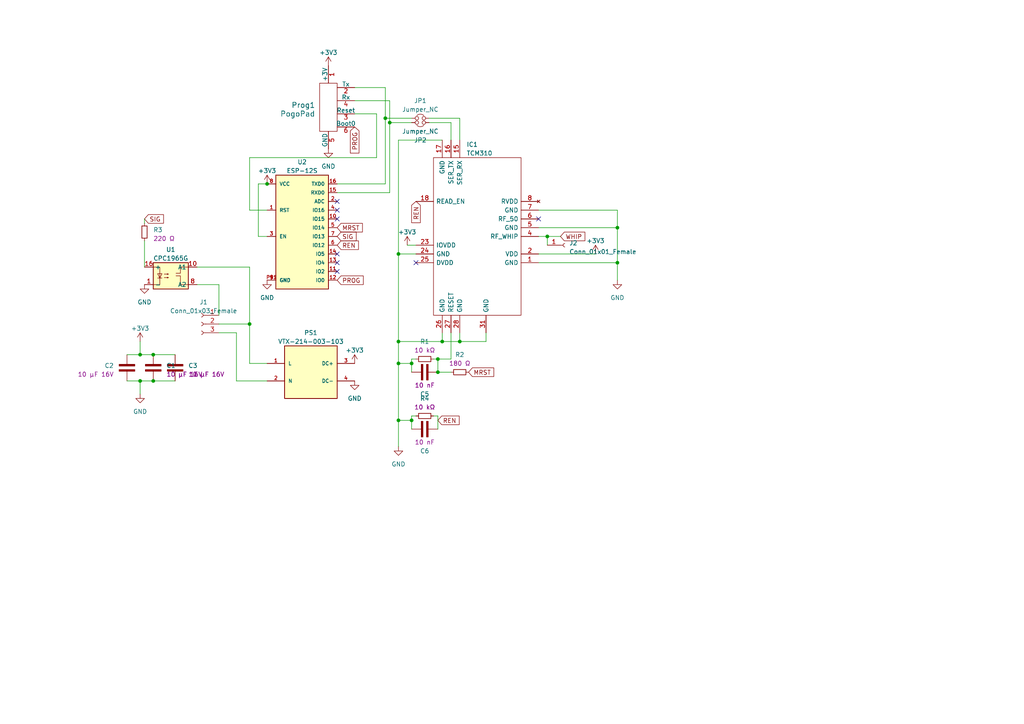
<source format=kicad_sch>
(kicad_sch (version 20220914) (generator eeschema)
  (paper "A4")
  (lib_symbols
    (symbol "Connector:Conn_01x01_Female" (pin_names (offset 1.016) hide)
      (property "Reference" "J" (at 0 2.54 0))
      (property "Value" "Conn_01x01_Female" (at 0 -2.54 0))
      (symbol "Conn_01x01_Female_1_1"
        (polyline (pts (xy -1.27 0) (xy -0.508 0)) (stroke (width 0.1524)))
        (arc (start 0 0.508) (mid -0.508 0) (end 0 -0.508) (stroke (width 0.1524)))
        (pin passive line (at -5.08 0 0) (length 3.81) (name "Pin_1") (number "1"))
      )
    )
    (symbol "Connector:Conn_01x03_Female" (pin_names (offset 1.016) hide)
      (property "Reference" "J" (at 0 5.08 0))
      (property "Value" "Conn_01x03_Female" (at 0 -5.08 0))
      (symbol "Conn_01x03_Female_1_1"
        (arc (start 0 -2.032) (mid -0.508 -2.54) (end 0 -3.048) (stroke (width 0.1524)))
        (polyline (pts (xy -1.27 -2.54) (xy -0.508 -2.54)) (stroke (width 0.1524)))
        (polyline (pts (xy -1.27 0) (xy -0.508 0)) (stroke (width 0.1524)))
        (polyline (pts (xy -1.27 2.54) (xy -0.508 2.54)) (stroke (width 0.1524)))
        (arc (start 0 0.508) (mid -0.508 0) (end 0 -0.508) (stroke (width 0.1524)))
        (arc (start 0 3.048) (mid -0.508 2.54) (end 0 2.032) (stroke (width 0.1524)))
        (pin passive line (at -5.08 2.54 0) (length 3.81) (name "Pin_1") (number "1"))
        (pin passive line (at -5.08 0 0) (length 3.81) (name "Pin_2") (number "2"))
        (pin passive line (at -5.08 -2.54 0) (length 3.81) (name "Pin_3") (number "3"))
      )
    )
    (symbol "localparts:CP_10µ_16V_0603" (pin_numbers hide) (pin_names (offset 0.254))
      (property "Reference" "C3" (at -3.048 1.016 0))
      (property "Display" "10 µF 16V" (at -3.048 -1.27 0))
      (symbol "CP_10µ_16V_0603_0_1"
        (rectangle (start -2.286 -0.508) (end 2.286 -1.016) (fill (type outline)))
        (rectangle (start -2.286 1.016) (end 2.286 0.508) (fill (type outline)))
      )
      (symbol "CP_10µ_16V_0603_1_1"
        (pin passive line (at 0 3.81 270) (length 2.794) (name "~") (number "1"))
        (pin passive line (at 0 -3.81 90) (length 2.794) (name "~") (number "2"))
      )
    )
    (symbol "localparts:C_10n_0603" (pin_numbers hide) (pin_names (offset 0.254))
      (property "Reference" "C#" (at -3.048 1.016 0))
      (property "Display" "10 nF" (at -3.302 -1.27 0))
      (symbol "C_10n_0603_0_1"
        (rectangle (start 2.286 -0.508) (end -2.286 -1.016) (fill (type outline)))
        (rectangle (start 2.286 1.016) (end -2.286 0.508) (fill (type outline)))
      )
      (symbol "C_10n_0603_1_1"
        (pin passive line (at 0 3.81 270) (length 2.794) (name "~") (number "1"))
        (pin passive line (at 0 -3.81 90) (length 2.794) (name "~") (number "2"))
      )
    )
    (symbol "localparts:R_10k_0603" (pin_numbers hide) (pin_names (offset 0.254) hide)
      (property "Reference" "R" (at -1.27 0.635 0))
      (property "Display" "10 kΩ" (at -1.27 -1.27 0))
      (symbol "R_10k_0603_0_1"
        (rectangle (start -0.762 1.778) (end 0.762 -1.778) (stroke (width 0.2032)))
      )
      (symbol "R_10k_0603_1_1"
        (pin passive line (at 0 2.54 270) (length 0.762) (name "~") (number "1"))
        (pin passive line (at 0 -2.54 90) (length 0.762) (name "~") (number "2"))
      )
    )
    (symbol "localparts:R_180_0603" (pin_numbers hide) (pin_names (offset 0.254) hide)
      (property "Reference" "R" (at -1.27 1.143 0))
      (property "Display" "180 Ω" (at -1.27 -1.016 0))
      (symbol "R_180_0603_0_1"
        (rectangle (start -0.762 1.778) (end 0.762 -1.778) (stroke (width 0.2032)))
      )
      (symbol "R_180_0603_1_1"
        (pin passive line (at 0 2.54 270) (length 0.762) (name "~") (number "1"))
        (pin passive line (at 0 -2.54 90) (length 0.762) (name "~") (number "2"))
      )
    )
    (symbol "localparts:R_220_0603" (pin_numbers hide) (pin_names (offset 0.254) hide)
      (property "Reference" "R" (at -1.27 1.143 0))
      (property "Display" "220 Ω" (at -1.27 -1.016 0))
      (symbol "R_220_0603_0_1"
        (rectangle (start -0.762 1.778) (end 0.762 -1.778) (stroke (width 0.2032)))
      )
      (symbol "R_220_0603_1_1"
        (pin passive line (at 0 2.54 270) (length 0.762) (name "~") (number "1"))
        (pin passive line (at 0 -2.54 90) (length 0.762) (name "~") (number "2"))
      )
    )
    (symbol "localstuff:+3.3V" (power) (pin_names (offset 0))
      (property "Value" "+3.3V" (at 0 3.556 0))
      (symbol "+3.3V_0_1"
        (polyline (pts (xy -0.762 1.27) (xy 0 2.54)))
        (polyline (pts (xy 0 0) (xy 0 2.54)))
        (polyline (pts (xy 0 2.54) (xy 0.762 1.27)))
      )
      (symbol "+3.3V_1_1"
        (pin power_in line (at 0 0 90) (length 0) hide (name "+3V3") (number "1"))
      )
    )
    (symbol "localstuff:CPC1965G"
      (property "Reference" "U" (at -5.08 5.08 0))
      (property "Value" "CPC1965G" (at 0 5.08 0))
      (symbol "CPC1965G_0_1"
        (rectangle (start -5.08 3.81) (end 5.08 -3.81) (stroke (width 0.254)) (fill (type background)))
        (polyline (pts (xy -3.81 -0.635) (xy -2.54 -0.635)))
        (polyline (pts (xy -5.08 2.54) (xy -3.175 2.54) (xy -3.175 -2.54) (xy -5.08 -2.54)))
        (polyline (pts (xy -3.175 -0.635) (xy -3.81 0.635) (xy -2.54 0.635) (xy -3.175 -0.635)))
        (polyline (pts (xy 1.524 0) (xy 2.794 0) (xy 2.794 -2.54) (xy 5.08 -2.54)))
        (polyline (pts (xy 1.524 0.762) (xy 2.794 0.762) (xy 2.794 2.54) (xy 5.08 2.54)))
        (polyline (pts (xy -1.905 -0.508) (xy -0.635 -0.508) (xy -1.016 -0.635) (xy -1.016 -0.381) (xy -0.635 -0.508)))
        (polyline (pts (xy -1.905 0.508) (xy -0.635 0.508) (xy -1.016 0.381) (xy -1.016 0.635) (xy -0.635 0.508)))
      )
      (symbol "CPC1965G_1_1"
        (pin passive line (at -7.62 -2.54 0) (length 2.54) (name "-") (number "1"))
        (pin passive line (at 7.62 2.54 180) (length 2.54) (name "A1") (number "10"))
        (pin passive line (at -7.62 2.54 0) (length 2.54) (name "+") (number "16"))
        (pin passive line (at 7.62 -2.54 180) (length 2.54) (name "A2") (number "8"))
      )
    )
    (symbol "localstuff:ESP-12S" (pin_names (offset 1.016))
      (property "Reference" "U" (at -7.62 18.034 0))
      (property "Value" "ESP-12S" (at -7.62 -15.494 0))
      (symbol "ESP-12S_0_0"
        (rectangle (start -7.62 -15.24) (end 7.62 17.78) (stroke (width 0.254)) (fill (type background)))
        (pin bidirectional line (at -10.16 7.62 0) (length 2.54) (name "RST") (number "1"))
        (pin bidirectional line (at 10.16 5.08 180) (length 2.54) (name "IO15") (number "10"))
        (pin bidirectional line (at 10.16 -10.16 180) (length 2.54) (name "IO2") (number "11"))
        (pin bidirectional line (at 10.16 -12.7 180) (length 2.54) (name "IO0") (number "12"))
        (pin bidirectional line (at 10.16 -7.62 180) (length 2.54) (name "IO4") (number "13"))
        (pin bidirectional line (at 10.16 -5.08 180) (length 2.54) (name "IO5") (number "14"))
        (pin bidirectional line (at 10.16 12.7 180) (length 2.54) (name "RXD0") (number "15"))
        (pin bidirectional line (at 10.16 15.24 180) (length 2.54) (name "TXD0") (number "16"))
        (pin bidirectional line (at 10.16 10.16 180) (length 2.54) (name "ADC") (number "2"))
        (pin bidirectional line (at -10.16 0 0) (length 2.54) (name "EN") (number "3"))
        (pin bidirectional line (at 10.16 7.62 180) (length 2.54) (name "IO16") (number "4"))
        (pin bidirectional line (at 10.16 2.54 180) (length 2.54) (name "IO14") (number "5"))
        (pin bidirectional line (at 10.16 -2.54 180) (length 2.54) (name "IO12") (number "6"))
        (pin bidirectional line (at 10.16 0 180) (length 2.54) (name "IO13") (number "7"))
        (pin bidirectional line (at -10.16 15.24 0) (length 2.54) (name "VCC") (number "8"))
        (pin bidirectional line (at -10.16 -12.7 0) (length 2.54) (name "GND") (number "9"))
        (pin bidirectional line (at -10.16 -12.7 0) (length 2.54) (name "GND") (number "P$1"))
      )
    )
    (symbol "localstuff:GND" (power) (pin_names (offset 0))
      (property "Value" "GND" (at 0 -3.81 0))
      (symbol "GND_0_1"
        (polyline (pts (xy 0 0) (xy 0 -1.27) (xy 1.27 -1.27) (xy 0 -2.54) (xy -1.27 -1.27) (xy 0 -1.27)))
      )
      (symbol "GND_1_1"
        (pin power_in line (at 0 0 270) (length 0) hide (name "GND") (number "1"))
      )
    )
    (symbol "localstuff:Jumper_NC" (pin_numbers hide) (pin_names (offset 0.762) hide)
      (property "Reference" "JP" (at 0 2.032 0))
      (property "Value" "Jumper_NC" (at 0.254 -1.524 0))
      (symbol "Jumper_NC_0_1"
        (circle (center -1.016 0) (radius 0.508))
        (circle (center 1.016 0) (radius 0.508))
        (arc (start 1.016 0.762) (mid 0 1.1828) (end -1.016 0.762))
        (pin passive line (at -2.54 0 0) (length 1.016) (name "1") (number "1"))
        (pin passive line (at 2.54 0 180) (length 1.016) (name "2") (number "2"))
      )
    )
    (symbol "localstuff:PogoPad" (pin_names (offset 0))
      (property "Reference" "Prog" (at -3.81 2.54 90))
      (property "Value" "PogoPad" (at -1.27 -7.62 90))
      (symbol "PogoPad_0_1"
        (rectangle (start -2.54 -7.62) (end 2.54 6.35))
      )
      (symbol "PogoPad_1_1"
        (pin power_out line (at 0 11.43 270) (length 5.08) (name "+3V") (number "1"))
        (pin input line (at 7.62 5.08 180) (length 5.08) (name "Tx") (number "2"))
        (pin output line (at 7.62 -2.54 180) (length 5.08) (name "Reset") (number "3"))
        (pin output line (at 7.62 1.27 180) (length 5.08) (name "Rx") (number "4"))
        (pin power_out line (at 0 -12.7 90) (length 5.08) (name "GND") (number "5"))
        (pin output line (at 7.62 -6.35 180) (length 5.08) (name "Boot0") (number "6"))
      )
    )
    (symbol "localstuff:TCM310" (pin_names (offset 0.762))
      (property "Reference" "IC" (at 12.7 -7.62 0))
      (property "Value" "TCM310" (at 12.7 -10.16 0))
      (symbol "TCM310_0_0"
        (pin power_in line (at 35.56 -17.78 180) (length 5.08) (name "GND") (number "1"))
        (pin input line (at 12.7 17.78 270) (length 5.08) (name "SER_RX") (number "15"))
        (pin output line (at 10.16 17.78 270) (length 5.08) (name "SER_TX") (number "16"))
        (pin power_in line (at 7.62 17.78 270) (length 5.08) (name "GND") (number "17"))
        (pin input line (at 0 0 0) (length 5.08) (name "READ_EN") (number "18"))
        (pin power_in line (at 35.56 -15.24 180) (length 5.08) (name "VDD") (number "2"))
        (pin power_in line (at 0 -12.7 0) (length 5.08) (name "IOVDD") (number "23"))
        (pin power_in line (at 0 -15.24 0) (length 5.08) (name "GND") (number "24"))
        (pin power_out line (at 0 -17.78 0) (length 5.08) (name "DVDD") (number "25"))
        (pin power_in line (at 7.62 -38.1 90) (length 5.08) (name "GND") (number "26"))
        (pin input line (at 10.16 -38.1 90) (length 5.08) (name "RESET") (number "27"))
        (pin power_in line (at 12.7 -38.1 90) (length 5.08) (name "GND") (number "28"))
        (pin power_in line (at 20.32 -38.1 90) (length 5.08) (name "GND") (number "31"))
        (pin output line (at 35.56 -10.16 180) (length 5.08) (name "RF_WHIP") (number "4"))
        (pin power_in line (at 35.56 -7.62 180) (length 5.08) (name "GND") (number "5"))
        (pin output line (at 35.56 -5.08 180) (length 5.08) (name "RF_50") (number "6"))
        (pin power_in line (at 35.56 -2.54 180) (length 5.08) (name "GND") (number "7"))
        (pin no_connect line (at 35.56 0 180) (length 5.08) (name "RVDD") (number "8"))
      )
      (symbol "TCM310_0_1"
        (polyline (pts (xy 5.08 12.7) (xy 30.48 12.7) (xy 30.48 -33.02) (xy 5.08 -33.02) (xy 5.08 12.7)) (stroke (width 0.1524)))
      )
    )
    (symbol "localstuff:VTX-214-003-103" (pin_names (offset 1.016))
      (property "Reference" "PS" (at -7.116 8.1326 0))
      (property "Value" "VTX-214-003-103" (at -7.6297 -10.1729 0))
      (symbol "VTX-214-003-103_0_0"
        (rectangle (start -7.62 -7.62) (end 7.62 7.62) (stroke (width 0.254)) (fill (type background)))
        (pin input line (at -12.7 2.54 0) (length 5.08) (name "L") (number "1"))
        (pin input line (at -12.7 -2.54 0) (length 5.08) (name "N") (number "2"))
        (pin output line (at 12.7 2.54 180) (length 5.08) (name "DC+") (number "3"))
        (pin output line (at 12.7 -2.54 180) (length 5.08) (name "DC-") (number "4"))
      )
    )
  )
  (junction (at 179.07 76.2))
  (junction (at 44.45 110.49))
  (junction (at 127 107.95))
  (junction (at 115.57 99.06))
  (junction (at 44.45 102.87))
  (junction (at 158.75 68.58))
  (junction (at 115.57 121.92))
  (junction (at 72.39 93.98))
  (junction (at 40.64 102.87))
  (junction (at 113.03 35.56))
  (junction (at 119.38 121.92))
  (junction (at 127 104.14))
  (junction (at 40.64 110.49))
  (junction (at 119.38 105.41))
  (junction (at 133.35 99.06))
  (junction (at 115.57 73.66))
  (junction (at 128.27 99.06))
  (junction (at 77.47 53.34))
  (junction (at 115.57 105.41))
  (junction (at 179.07 66.04))
  (junction (at 111.76 34.29))
  (no_connect (at 97.79 63.5))
  (no_connect (at 97.79 73.66))
  (no_connect (at 97.79 76.2))
  (no_connect (at 97.79 78.74))
  (no_connect (at 97.79 58.42))
  (no_connect (at 97.79 60.96))
  (no_connect (at 156.21 63.5))
  (no_connect (at 120.65 76.2))
  (wire (pts (xy 119.38 104.14) (xy 120.65 104.14)))
  (wire (pts (xy 179.07 76.2) (xy 179.07 81.28)))
  (wire (pts (xy 72.39 45.72) (xy 109.22 45.72)))
  (wire (pts (xy 133.35 34.29) (xy 133.35 40.64)))
  (wire (pts (xy 179.07 60.96) (xy 179.07 66.04)))
  (wire (pts (xy 119.38 124.46) (xy 119.38 121.92)))
  (wire (pts (xy 130.81 104.14) (xy 127 104.14)))
  (wire (pts (xy 68.58 96.52) (xy 63.5 96.52)))
  (wire (pts (xy 41.91 69.85) (xy 41.91 77.47)))
  (wire (pts (xy 74.93 53.34) (xy 77.47 53.34)))
  (wire (pts (xy 77.47 60.96) (xy 72.39 60.96)))
  (wire (pts (xy 115.57 99.06) (xy 115.57 105.41)))
  (wire (pts (xy 72.39 77.47) (xy 72.39 93.98)))
  (wire (pts (xy 119.38 35.56) (xy 113.03 35.56)))
  (wire (pts (xy 102.87 29.21) (xy 113.03 29.21)))
  (wire (pts (xy 97.79 53.34) (xy 111.76 53.34)))
  (wire (pts (xy 119.38 120.65) (xy 120.65 120.65)))
  (wire (pts (xy 127 107.95) (xy 130.81 107.95)))
  (wire (pts (xy 111.76 34.29) (xy 119.38 34.29)))
  (wire (pts (xy 115.57 40.64) (xy 128.27 40.64)))
  (wire (pts (xy 118.11 71.12) (xy 120.65 71.12)))
  (wire (pts (xy 130.81 35.56) (xy 124.46 35.56)))
  (wire (pts (xy 128.27 96.52) (xy 128.27 99.06)))
  (wire (pts (xy 44.45 110.49) (xy 50.8 110.49)))
  (wire (pts (xy 115.57 105.41) (xy 119.38 105.41)))
  (wire (pts (xy 115.57 99.06) (xy 128.27 99.06)))
  (wire (pts (xy 156.21 73.66) (xy 172.72 73.66)))
  (wire (pts (xy 158.75 68.58) (xy 156.21 68.58)))
  (wire (pts (xy 125.73 120.65) (xy 127 120.65)))
  (wire (pts (xy 133.35 34.29) (xy 124.46 34.29)))
  (wire (pts (xy 97.79 55.88) (xy 113.03 55.88)))
  (wire (pts (xy 36.83 102.87) (xy 40.64 102.87)))
  (wire (pts (xy 41.91 64.77) (xy 41.91 63.5)))
  (wire (pts (xy 156.21 60.96) (xy 179.07 60.96)))
  (wire (pts (xy 115.57 121.92) (xy 115.57 129.54)))
  (wire (pts (xy 40.64 110.49) (xy 40.64 114.3)))
  (wire (pts (xy 57.15 82.55) (xy 63.5 82.55)))
  (wire (pts (xy 127 120.65) (xy 127 124.46)))
  (wire (pts (xy 36.83 110.49) (xy 40.64 110.49)))
  (wire (pts (xy 72.39 93.98) (xy 63.5 93.98)))
  (wire (pts (xy 156.21 76.2) (xy 179.07 76.2)))
  (wire (pts (xy 119.38 121.92) (xy 119.38 120.65)))
  (wire (pts (xy 113.03 29.21) (xy 113.03 35.56)))
  (wire (pts (xy 111.76 25.4) (xy 111.76 34.29)))
  (wire (pts (xy 68.58 110.49) (xy 68.58 96.52)))
  (wire (pts (xy 115.57 73.66) (xy 120.65 73.66)))
  (wire (pts (xy 158.75 68.58) (xy 158.75 71.12)))
  (wire (pts (xy 102.87 25.4) (xy 111.76 25.4)))
  (wire (pts (xy 111.76 53.34) (xy 111.76 34.29)))
  (wire (pts (xy 127 107.95) (xy 127 104.14)))
  (wire (pts (xy 133.35 99.06) (xy 128.27 99.06)))
  (wire (pts (xy 77.47 110.49) (xy 68.58 110.49)))
  (wire (pts (xy 179.07 66.04) (xy 179.07 76.2)))
  (wire (pts (xy 130.81 35.56) (xy 130.81 40.64)))
  (wire (pts (xy 115.57 105.41) (xy 115.57 121.92)))
  (wire (pts (xy 77.47 105.41) (xy 72.39 105.41)))
  (wire (pts (xy 57.15 77.47) (xy 72.39 77.47)))
  (wire (pts (xy 72.39 60.96) (xy 72.39 45.72)))
  (wire (pts (xy 127 104.14) (xy 125.73 104.14)))
  (wire (pts (xy 115.57 73.66) (xy 115.57 99.06)))
  (wire (pts (xy 40.64 110.49) (xy 44.45 110.49)))
  (wire (pts (xy 115.57 121.92) (xy 119.38 121.92)))
  (wire (pts (xy 63.5 82.55) (xy 63.5 91.44)))
  (wire (pts (xy 72.39 105.41) (xy 72.39 93.98)))
  (wire (pts (xy 119.38 107.95) (xy 119.38 105.41)))
  (wire (pts (xy 140.97 99.06) (xy 133.35 99.06)))
  (wire (pts (xy 119.38 105.41) (xy 119.38 104.14)))
  (wire (pts (xy 156.21 66.04) (xy 179.07 66.04)))
  (wire (pts (xy 74.93 68.58) (xy 74.93 53.34)))
  (wire (pts (xy 40.64 102.87) (xy 44.45 102.87)))
  (wire (pts (xy 115.57 40.64) (xy 115.57 73.66)))
  (wire (pts (xy 40.64 99.06) (xy 40.64 102.87)))
  (wire (pts (xy 162.56 68.58) (xy 158.75 68.58)))
  (wire (pts (xy 133.35 96.52) (xy 133.35 99.06)))
  (wire (pts (xy 44.45 102.87) (xy 50.8 102.87)))
  (wire (pts (xy 102.87 33.02) (xy 109.22 33.02)))
  (wire (pts (xy 130.81 96.52) (xy 130.81 104.14)))
  (wire (pts (xy 77.47 68.58) (xy 74.93 68.58)))
  (wire (pts (xy 113.03 55.88) (xy 113.03 35.56)))
  (wire (pts (xy 109.22 45.72) (xy 109.22 33.02)))
  (wire (pts (xy 140.97 96.52) (xy 140.97 99.06)))
  (global_label "MRST" (shape input) (at 135.89 107.95 0) (property "Intersheetrefs" "${INTERSHEET_REFS}" (effects hide)))
  (global_label "WHIP" (shape input) (at 162.56 68.58 0) (property "Intersheetrefs" "${INTERSHEET_REFS}" (effects hide)))
  (global_label "SIG" (shape input) (at 41.91 63.5 0) (property "Intersheetrefs" "${INTERSHEET_REFS}" (effects hide)))
  (global_label "PROG" (shape input) (at 102.87 36.83 270) (property "Intersheetrefs" "${INTERSHEET_REFS}" (effects hide)))
  (global_label "MRST" (shape input) (at 97.79 66.04 0) (property "Intersheetrefs" "${INTERSHEET_REFS}" (effects hide)))
  (global_label "SIG" (shape input) (at 97.79 68.58 0) (property "Intersheetrefs" "${INTERSHEET_REFS}" (effects hide)))
  (global_label "PROG" (shape input) (at 97.79 81.28 0) (property "Intersheetrefs" "${INTERSHEET_REFS}" (effects hide)))
  (global_label "REN" (shape input) (at 120.65 58.42 270) (property "Intersheetrefs" "${INTERSHEET_REFS}" (effects hide)))
  (global_label "REN" (shape input) (at 97.79 71.12 0) (property "Intersheetrefs" "${INTERSHEET_REFS}" (effects hide)))
  (global_label "REN" (shape input) (at 127 121.92 0) (property "Intersheetrefs" "${INTERSHEET_REFS}" (effects hide)))
  (symbol (lib_id "localstuff:PogoPad") (at 95.25 30.48 0) (unit 1)
    (default_instance (reference "Prog1") (unit 1) (value "PogoPad") (footprint "localstuff:2X3_PAD"))
    (property "Reference" "Prog1" (at 91.44 30.48 0) (effects (font (size 1.524 1.524)) (justify right)))
    (property "Value" "PogoPad" (at 91.44 33.02 0) (effects (font (size 1.524 1.524)) (justify right)))
    (property "Footprint" "localstuff:2X3-NS" (effects hide))
  )
  (symbol (lib_id "localstuff:GND") (at 41.91 82.55 0) (unit 1)
    (default_instance (reference "#PWR?") (unit 1) (value "GND") (footprint ""))
    (property "Reference" "#PWR0105" (effects hide))
    (property "Value" "GND" (at 41.91 87.63 0))
  )
  (symbol (lib_id "localstuff:GND") (at 102.87 110.49 0) (unit 1)
    (default_instance (reference "#PWR?") (unit 1) (value "GND") (footprint ""))
    (property "Reference" "#PWR0103" (effects hide))
    (property "Value" "GND" (at 102.87 115.57 0))
  )
  (symbol (lib_id "localparts:R_10k_0603") (at 123.19 120.65 90) (unit 1)
    (default_instance (reference "R1") (unit 1) (value "R_10k_0603") (footprint "Resistor_SMD:R_0603_1608Metric"))
    (property "Reference" "R4" (at 123.19 115.57 90))
    (property "Value" "R_10k_0603" (effects hide))
    (property "Footprint" "Resistor_SMD:R_0603_1608Metric" (effects hide))
    (property "Display" "10 kΩ" (at 123.19 118.11 90))
  )
  (symbol (lib_id "localparts:R_10k_0603") (at 123.19 104.14 90) (unit 1)
    (default_instance (reference "R1") (unit 1) (value "R_10k_0603") (footprint "Resistor_SMD:R_0603_1608Metric"))
    (property "Reference" "R1" (at 123.19 99.06 90))
    (property "Value" "R_10k_0603" (effects hide))
    (property "Footprint" "Resistor_SMD:R_0603_1608Metric" (effects hide))
    (property "Display" "10 kΩ" (at 123.19 101.6 90))
  )
  (symbol (lib_id "localstuff:Jumper_NC") (at 121.92 34.29 0) (unit 1)
    (default_instance (reference "JP1") (unit 1) (value "Jumper_NC") (footprint "Jumper:SolderJumper-2_P1.3mm_Open_TrianglePad1.0x1.5mm"))
    (property "Reference" "JP1" (at 121.92 29.21 0))
    (property "Value" "Jumper_NC" (at 121.92 31.75 0))
    (property "Footprint" "Jumper:SolderJumper-2_P1.3mm_Open_TrianglePad1.0x1.5mm" (effects hide))
  )
  (symbol (lib_id "localstuff:TCM310") (at 120.65 58.42 0) (unit 1)
    (default_instance (reference "IC1") (unit 1) (value "TCM310") (footprint "TCM310"))
    (property "Reference" "IC1" (at 135.3059 41.91 0) (effects (justify left)))
    (property "Value" "TCM310" (at 135.3059 44.45 0) (effects (justify left)))
    (property "Footprint" "TCM310" (effects hide))
    (property "Datasheet" "https://www.enocean.com/enocean-modules/details/tcm-310/data-sheet-pdf/" (effects hide))
    (property "Description" "ENOCEAN 868 MHZ GATEWAY TRANS MO" (effects hide))
    (property "Height" "2" (effects hide))
    (property "Manufacturer_Name" "ENOCEAN" (effects hide))
    (property "Manufacturer_Part_Number" "TCM310" (effects hide))
    (property "Arrow Part Number" "TCM310" (effects hide))
  )
  (symbol (lib_id "localparts:C_10n_0603") (at 123.19 124.46 90) (mirror x) (unit 1)
    (default_instance (reference "C#1") (unit 1) (value "C_10n_0603") (footprint "Capacitor_SMD:C_0603_1608Metric"))
    (property "Reference" "C6" (at 123.19 130.81 90))
    (property "Value" "C_10n_0603" (effects hide))
    (property "Footprint" "Capacitor_SMD:C_0603_1608Metric" (effects hide))
    (property "Display" "10 nF" (at 123.19 128.27 90))
  )
  (symbol (lib_id "localstuff:GND") (at 77.47 81.28 0) (unit 1)
    (default_instance (reference "#PWR?") (unit 1) (value "GND") (footprint ""))
    (property "Reference" "#PWR0110" (effects hide))
    (property "Value" "GND" (at 77.47 86.36 0))
  )
  (symbol (lib_id "localparts:CP_10µ_16V_0603") (at 36.83 106.68 0) (mirror y) (unit 1)
    (default_instance (reference "C1") (unit 1) (value "CP_10µ_16V_0603") (footprint "Capacitor_SMD:C_0603_1608Metric"))
    (property "Reference" "C2" (at 33.02 106.045 0) (effects (justify left)))
    (property "Value" "CP_10µ_16V_0603" (effects hide))
    (property "Footprint" "Capacitor_SMD:C_0603_1608Metric" (effects hide))
    (property "Display" "10 µF 16V" (at 33.02 108.585 0) (effects (justify left)))
  )
  (symbol (lib_id "localstuff:+3.3V") (at 172.72 73.66 0) (unit 1)
    (default_instance (reference "#PWR?") (unit 1) (value "+3.3V") (footprint ""))
    (property "Reference" "#PWR0107" (effects hide))
    (property "Value" "+3.3V" (at 172.72 69.85 0))
  )
  (symbol (lib_id "Connector:Conn_01x03_Female") (at 58.42 93.98 0) (mirror y) (unit 1)
    (default_instance (reference "J1") (unit 1) (value "Conn_01x03_Female") (footprint "localstuff:1X03_GN"))
    (property "Reference" "J1" (at 59.055 87.63 0))
    (property "Value" "Conn_01x03_Female" (at 59.055 90.17 0))
    (property "Footprint" "localstuff:1X03_GN" (effects hide))
  )
  (symbol (lib_id "localparts:C_10n_0603") (at 123.19 107.95 90) (mirror x) (unit 1)
    (default_instance (reference "C#1") (unit 1) (value "C_10n_0603") (footprint "Capacitor_SMD:C_0603_1608Metric"))
    (property "Reference" "C5" (at 123.19 114.3 90))
    (property "Value" "C_10n_0603" (effects hide))
    (property "Footprint" "Capacitor_SMD:C_0603_1608Metric" (effects hide))
    (property "Display" "10 nF" (at 123.19 111.76 90))
  )
  (symbol (lib_id "localstuff:+3.3V") (at 40.64 99.06 0) (unit 1)
    (default_instance (reference "#PWR?") (unit 1) (value "+3.3V") (footprint ""))
    (property "Reference" "#PWR0102" (effects hide))
    (property "Value" "+3.3V" (at 40.64 95.25 0))
  )
  (symbol (lib_id "localstuff:Jumper_NC") (at 121.92 35.56 0) (mirror x) (unit 1)
    (default_instance (reference "JP1") (unit 1) (value "Jumper_NC") (footprint "Jumper:SolderJumper-2_P1.3mm_Open_TrianglePad1.0x1.5mm"))
    (property "Reference" "JP2" (at 121.92 40.64 0))
    (property "Value" "Jumper_NC" (at 121.92 38.1 0))
    (property "Footprint" "Jumper:SolderJumper-2_P1.3mm_Open_TrianglePad1.0x1.5mm" (effects hide))
  )
  (symbol (lib_id "localstuff:GND") (at 179.07 81.28 0) (unit 1)
    (default_instance (reference "#PWR?") (unit 1) (value "GND") (footprint ""))
    (property "Reference" "#PWR0109" (effects hide))
    (property "Value" "GND" (at 179.07 86.36 0))
  )
  (symbol (lib_id "localstuff:GND") (at 40.64 114.3 0) (unit 1)
    (default_instance (reference "#PWR?") (unit 1) (value "GND") (footprint ""))
    (property "Reference" "#PWR0101" (effects hide))
    (property "Value" "GND" (at 40.64 119.38 0))
  )
  (symbol (lib_id "localstuff:+3.3V") (at 77.47 53.34 0) (unit 1)
    (default_instance (reference "#PWR?") (unit 1) (value "+3.3V") (footprint ""))
    (property "Reference" "#PWR0111" (effects hide))
    (property "Value" "+3.3V" (at 77.47 49.53 0))
  )
  (symbol (lib_id "localstuff:ESP-12S") (at 87.63 68.58 0) (unit 1)
    (default_instance (reference "U2") (unit 1) (value "ESP-12S") (footprint "localstuff:ESP-12S"))
    (property "Reference" "U2" (at 87.63 46.99 0))
    (property "Value" "ESP-12S" (at 87.63 49.53 0))
    (property "Footprint" "localstuff:ESP-12S" (effects hide))
    (property "PROD_ID" "IC-14115" (effects hide))
  )
  (symbol (lib_id "localparts:CP_10µ_16V_0603") (at 50.8 106.68 0) (unit 1)
    (default_instance (reference "C1") (unit 1) (value "CP_10µ_16V_0603") (footprint "Capacitor_SMD:C_0603_1608Metric"))
    (property "Reference" "C3" (at 54.61 106.045 0) (effects (justify left)))
    (property "Value" "CP_10µ_16V_0603" (effects hide))
    (property "Footprint" "Capacitor_SMD:C_0603_1608Metric" (effects hide))
    (property "Display" "10 µF 16V" (at 54.61 108.585 0) (effects (justify left)))
  )
  (symbol (lib_id "localparts:R_180_0603") (at 133.35 107.95 90) (unit 1)
    (default_instance (reference "R2") (unit 1) (value "R_180_0603") (footprint "Resistor_SMD:R_0603_1608Metric"))
    (property "Reference" "R2" (at 133.35 102.87 90))
    (property "Value" "R_180_0603" (effects hide))
    (property "Footprint" "Resistor_SMD:R_0603_1608Metric" (effects hide))
    (property "Display" "180 Ω" (at 133.35 105.41 90))
  )
  (symbol (lib_id "localparts:R_220_0603") (at 41.91 67.31 0) (unit 1)
    (default_instance (reference "R3") (unit 1) (value "R_220_0603") (footprint "Resistor_SMD:R_0603_1608Metric"))
    (property "Reference" "R3" (at 44.45 66.675 0) (effects (justify left)))
    (property "Value" "R_220_0603" (effects hide))
    (property "Footprint" "Resistor_SMD:R_0603_1608Metric" (effects hide))
    (property "Display" "220 Ω" (at 44.45 69.215 0) (effects (justify left)))
  )
  (symbol (lib_id "localstuff:CPC1965G") (at 49.53 80.01 0) (unit 1)
    (default_instance (reference "U1") (unit 1) (value "CPC1965G") (footprint "localstuff:DIL16-CPC1965G"))
    (property "Reference" "U1" (at 49.53 72.39 0))
    (property "Value" "CPC1965G" (at 49.53 74.93 0))
    (property "Footprint" "localstuff:DIL16-CPC1965G" (effects hide))
  )
  (symbol (lib_id "localstuff:GND") (at 95.25 43.18 0) (unit 1)
    (default_instance (reference "#PWR?") (unit 1) (value "GND") (footprint ""))
    (property "Reference" "#PWR0113" (effects hide))
    (property "Value" "GND" (at 95.25 48.26 0))
  )
  (symbol (lib_id "localstuff:+3.3V") (at 102.87 105.41 0) (unit 1)
    (default_instance (reference "#PWR?") (unit 1) (value "+3.3V") (footprint ""))
    (property "Reference" "#PWR0104" (effects hide))
    (property "Value" "+3.3V" (at 102.87 101.6 0))
  )
  (symbol (lib_id "localstuff:GND") (at 115.57 129.54 0) (unit 1)
    (default_instance (reference "#PWR?") (unit 1) (value "GND") (footprint ""))
    (property "Reference" "#PWR0108" (effects hide))
    (property "Value" "GND" (at 115.57 134.62 0))
  )
  (symbol (lib_id "localstuff:+3.3V") (at 118.11 71.12 0) (unit 1)
    (default_instance (reference "#PWR?") (unit 1) (value "+3.3V") (footprint ""))
    (property "Reference" "#PWR0106" (effects hide))
    (property "Value" "+3.3V" (at 118.11 67.31 0))
  )
  (symbol (lib_id "localstuff:+3.3V") (at 95.25 19.05 0) (unit 1)
    (default_instance (reference "#PWR?") (unit 1) (value "+3.3V") (footprint ""))
    (property "Reference" "#PWR0112" (effects hide))
    (property "Value" "+3.3V" (at 95.25 15.24 0))
  )
  (symbol (lib_id "localparts:CP_10µ_16V_0603") (at 44.45 106.68 0) (unit 1)
    (default_instance (reference "C1") (unit 1) (value "CP_10µ_16V_0603") (footprint "Capacitor_SMD:C_0603_1608Metric"))
    (property "Reference" "C1" (at 48.26 106.045 0) (effects (justify left)))
    (property "Value" "CP_10µ_16V_0603" (effects hide))
    (property "Footprint" "Capacitor_SMD:C_0603_1608Metric" (effects hide))
    (property "Display" "10 µF 16V" (at 48.26 108.585 0) (effects (justify left)))
  )
  (symbol (lib_id "Connector:Conn_01x01_Female") (at 163.83 71.12 0) (unit 1)
    (default_instance (reference "J2") (unit 1) (value "Conn_01x01_Female") (footprint "Connector_Pin:Pin_D0.7mm_L6.5mm_W1.8mm_FlatFork"))
    (property "Reference" "J2" (at 165.1 70.485 0) (effects (justify left)))
    (property "Value" "Conn_01x01_Female" (at 165.1 73.025 0) (effects (justify left)))
    (property "Footprint" "Connector_Pin:Pin_D0.7mm_L6.5mm_W1.8mm_FlatFork" (effects hide))
  )
  (symbol (lib_id "localstuff:VTX-214-003-103") (at 90.17 107.95 0) (unit 1)
    (default_instance (reference "PS1") (unit 1) (value "VTX-214-003-103") (footprint "CONV_VTX-214-003-103"))
    (property "Reference" "PS1" (at 90.17 96.52 0))
    (property "Value" "VTX-214-003-103" (at 90.17 99.06 0))
    (property "Footprint" "localstuff:VTX-214" (effects hide))
    (property "MANUFACTURER" "Vigortronix" (effects hide))
  )
)
</source>
